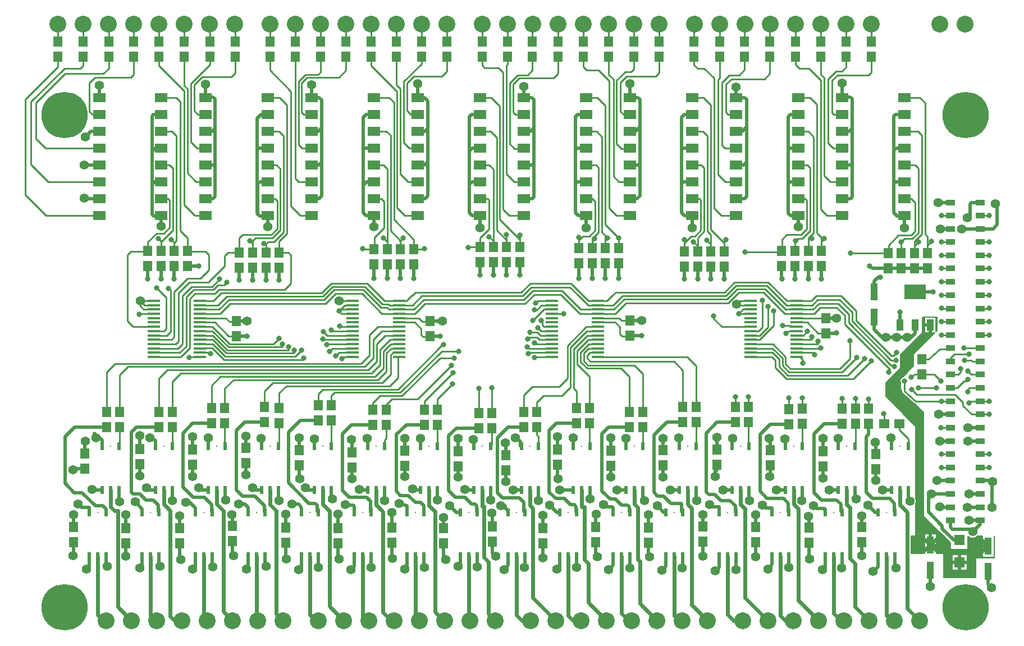
<source format=gbr>
%FSLAX23Y23*%
%MOIN*%
G04 EasyPC Gerber Version 17.0 Build 3379 *
%ADD71R,0.00787X0.00787*%
%ADD70R,0.02362X0.04724*%
%ADD90R,0.03937X0.06693*%
%ADD16R,0.04134X0.10236*%
%ADD15R,0.05500X0.06000*%
%ADD20R,0.06300X0.06300*%
%ADD86C,0.00787*%
%ADD24C,0.01000*%
%ADD87C,0.01969*%
%ADD23C,0.02000*%
%ADD25C,0.02362*%
%ADD22C,0.03200*%
%ADD21C,0.05600*%
%ADD17C,0.10000*%
%ADD13C,0.27500*%
%ADD19R,0.07283X0.01181*%
%ADD14R,0.05512X0.03504*%
%ADD89R,0.06000X0.05500*%
%ADD18R,0.07283X0.05512*%
%ADD91R,0.12598X0.08661*%
X0Y0D02*
D02*
D13*
X278Y278D03*
Y3203D03*
X5628Y278D03*
Y3203D03*
D02*
D14*
X5539Y795D03*
Y873D03*
Y952D03*
Y1031D03*
Y1110D03*
Y1188D03*
Y1267D03*
Y1346D03*
Y1425D03*
Y1503D03*
Y1582D03*
Y1661D03*
Y1740D03*
Y1818D03*
Y1897D03*
Y1976D03*
Y2054D03*
Y2133D03*
Y2212D03*
Y2291D03*
Y2369D03*
Y2448D03*
Y2527D03*
Y2606D03*
Y2684D03*
X5716Y795D03*
Y873D03*
Y952D03*
Y1031D03*
Y1110D03*
Y1188D03*
Y1267D03*
Y1346D03*
Y1425D03*
Y1503D03*
Y1582D03*
Y1661D03*
Y1740D03*
Y1818D03*
Y1897D03*
Y1976D03*
Y2054D03*
Y2133D03*
Y2212D03*
Y2291D03*
Y2369D03*
Y2448D03*
Y2527D03*
Y2606D03*
Y2684D03*
D02*
D15*
X238Y3548D03*
Y3638D03*
X332Y666D03*
Y756D03*
X388Y3548D03*
Y3638D03*
X400Y1102D03*
Y1192D03*
X528Y1349D03*
Y1439D03*
X542Y3548D03*
Y3638D03*
X605Y1348D03*
Y1438D03*
X644Y659D03*
Y749D03*
X691Y3548D03*
Y3638D03*
X727Y1128D03*
Y1218D03*
X774Y2305D03*
Y2395D03*
X840Y1349D03*
Y1439D03*
X841Y3548D03*
Y3638D03*
X853Y2305D03*
Y2395D03*
X918Y1348D03*
Y1438D03*
X931Y2305D03*
Y2395D03*
X963Y659D03*
Y749D03*
X990Y3548D03*
Y3638D03*
X1010Y2305D03*
Y2395D03*
X1038Y1125D03*
Y1215D03*
X1144Y3548D03*
Y3638D03*
X1152Y1371D03*
Y1461D03*
X1231Y1372D03*
Y1462D03*
X1275Y671D03*
Y761D03*
X1294Y3548D03*
Y3638D03*
X1298Y1888D03*
Y1978D03*
X1317Y2297D03*
Y2387D03*
X1357Y1136D03*
Y1226D03*
X1396Y2297D03*
Y2387D03*
X1467Y1380D03*
Y1470D03*
X1475Y2297D03*
Y2387D03*
X1499Y3548D03*
Y3638D03*
X1553Y1372D03*
Y1462D03*
Y2297D03*
Y2387D03*
X1593Y663D03*
Y753D03*
X1648Y3548D03*
Y3638D03*
X1672Y1122D03*
Y1212D03*
X1786Y1388D03*
Y1478D03*
X1801Y3548D03*
Y3638D03*
X1864Y1388D03*
Y1478D03*
X1904Y659D03*
Y749D03*
X1951Y3548D03*
Y3638D03*
X1986Y1110D03*
Y1200D03*
X2101Y3548D03*
Y3638D03*
X2110Y1363D03*
Y1453D03*
X2116Y2317D03*
Y2407D03*
X2191Y1364D03*
Y1454D03*
X2195Y2317D03*
Y2407D03*
X2223Y663D03*
Y753D03*
X2250Y3548D03*
Y3638D03*
X2274Y2317D03*
Y2407D03*
X2301Y1120D03*
Y1210D03*
X2353Y2317D03*
Y2407D03*
X2400Y3548D03*
Y3638D03*
X2416Y1364D03*
Y1454D03*
X2448Y1888D03*
Y1978D03*
X2494Y1364D03*
Y1454D03*
X2530Y659D03*
Y749D03*
X2549Y3548D03*
Y3638D03*
X2616Y1116D03*
Y1206D03*
X2739Y1342D03*
Y1432D03*
X2746Y2328D03*
Y2418D03*
X2758Y3548D03*
Y3638D03*
X2815Y1342D03*
Y1432D03*
X2820Y670D03*
Y760D03*
X2825Y2328D03*
Y2418D03*
X2900Y1092D03*
Y1182D03*
X2904Y2328D03*
Y2418D03*
X2908Y3548D03*
Y3638D03*
X2983Y2328D03*
Y2418D03*
X3005Y1349D03*
Y1439D03*
X3057Y3548D03*
Y3638D03*
X3084Y1350D03*
Y1440D03*
X3120Y659D03*
Y749D03*
X3207Y1125D03*
Y1215D03*
X3211Y3548D03*
Y3638D03*
X3319Y1374D03*
Y1464D03*
X3333Y2321D03*
Y2411D03*
X3361Y3548D03*
Y3638D03*
X3396Y1372D03*
Y1462D03*
X3412Y2321D03*
Y2411D03*
X3434Y667D03*
Y757D03*
X3490Y2321D03*
Y2411D03*
X3510Y3548D03*
Y3638D03*
X3522Y1120D03*
Y1210D03*
X3569Y2321D03*
Y2411D03*
X3634Y1348D03*
Y1438D03*
X3635Y1893D03*
Y1983D03*
X3660Y3548D03*
Y3638D03*
X3713Y1348D03*
Y1438D03*
X3746Y663D03*
Y753D03*
X3809Y3548D03*
Y3638D03*
X3833Y1122D03*
Y1212D03*
X3951Y1380D03*
Y1470D03*
X3959Y2301D03*
Y2391D03*
X4017Y3548D03*
Y3638D03*
X4030Y1380D03*
Y1470D03*
X4038Y2301D03*
Y2391D03*
X4071Y670D03*
Y760D03*
X4116Y2301D03*
Y2391D03*
X4152Y1125D03*
Y1215D03*
X4168Y3548D03*
Y3638D03*
X4195Y2301D03*
Y2391D03*
X4262Y1379D03*
Y1469D03*
X4317Y3548D03*
Y3638D03*
X4341Y1380D03*
Y1470D03*
X4383Y666D03*
Y756D03*
X4467Y3548D03*
Y3638D03*
X4468Y1122D03*
Y1212D03*
X4537Y2306D03*
Y2396D03*
X4579Y1367D03*
Y1457D03*
X4616Y2306D03*
Y2396D03*
X4620Y3548D03*
Y3638D03*
X4660Y1368D03*
Y1458D03*
X4695Y2306D03*
Y2396D03*
X4700Y661D03*
Y751D03*
X4770Y3548D03*
Y3638D03*
X4774Y2306D03*
Y2396D03*
X4782Y1116D03*
Y1206D03*
X4801Y1907D03*
Y1997D03*
X4896Y1368D03*
Y1458D03*
X4920Y3548D03*
Y3638D03*
X4975Y1369D03*
Y1459D03*
X5013Y665D03*
Y755D03*
X5053Y1368D03*
Y1458D03*
X5069Y3548D03*
Y3638D03*
X5097Y1100D03*
Y1190D03*
X5168Y2293D03*
Y2383D03*
X5246Y2293D03*
Y2383D03*
X5325Y2293D03*
Y2383D03*
X5369Y1661D03*
Y1751D03*
X5404Y2293D03*
Y2383D03*
D02*
D16*
X5085Y2003D03*
Y2153D03*
X5421Y500D03*
Y650D03*
X5763Y493D03*
Y642D03*
D02*
D17*
X238Y3744D03*
X388D03*
X527Y200D03*
X538Y3744D03*
X677Y200D03*
X688Y3744D03*
X827Y200D03*
X838Y3744D03*
X977Y200D03*
X988Y3744D03*
X1127Y200D03*
X1138Y3744D03*
X1277Y200D03*
X1288Y3744D03*
X1427Y200D03*
X1498Y3744D03*
X1577Y200D03*
X1648Y3744D03*
X1787Y200D03*
X1798Y3744D03*
X1937Y200D03*
X1948Y3744D03*
X2087Y200D03*
X2098Y3744D03*
X2237Y200D03*
X2248Y3744D03*
X2387Y200D03*
X2398Y3744D03*
X2537Y200D03*
X2548Y3744D03*
X2687Y200D03*
X2758Y3744D03*
X2837Y200D03*
X2908Y3744D03*
X3047Y200D03*
X3058Y3744D03*
X3197Y200D03*
X3208Y3744D03*
X3347Y200D03*
X3358Y3744D03*
X3497Y200D03*
X3508Y3744D03*
X3647Y200D03*
X3658Y3744D03*
X3797Y200D03*
X3808Y3744D03*
X3947Y200D03*
X4018Y3744D03*
X4097Y200D03*
X4168Y3744D03*
X4307Y200D03*
X4318Y3744D03*
X4457Y200D03*
X4468Y3744D03*
X4607Y200D03*
X4618Y3744D03*
X4757Y200D03*
X4768Y3744D03*
X4907Y200D03*
X4918Y3744D03*
X5057Y200D03*
X5068Y3744D03*
X5207Y200D03*
X5357D03*
X5475Y3744D03*
X5625D03*
D02*
D18*
X486Y2606D03*
Y2706D03*
Y2806D03*
Y2906D03*
Y3006D03*
Y3106D03*
Y3206D03*
Y3306D03*
X854Y2606D03*
Y2706D03*
Y2806D03*
Y2906D03*
Y3006D03*
Y3106D03*
Y3206D03*
Y3306D03*
X1117Y2606D03*
Y2706D03*
Y2806D03*
Y2906D03*
Y3006D03*
Y3106D03*
Y3206D03*
Y3306D03*
X1486Y2606D03*
Y2706D03*
Y2806D03*
Y2906D03*
Y3006D03*
Y3106D03*
Y3206D03*
Y3306D03*
X1747Y2606D03*
Y2706D03*
Y2806D03*
Y2906D03*
Y3006D03*
Y3106D03*
Y3206D03*
Y3306D03*
X2115Y2606D03*
Y2706D03*
Y2806D03*
Y2906D03*
Y3006D03*
Y3106D03*
Y3206D03*
Y3306D03*
X2377Y2606D03*
Y2706D03*
Y2806D03*
Y2906D03*
Y3006D03*
Y3106D03*
Y3206D03*
Y3306D03*
X2745Y2606D03*
Y2706D03*
Y2806D03*
Y2906D03*
Y3006D03*
Y3106D03*
Y3206D03*
Y3306D03*
X3007Y2606D03*
Y2706D03*
Y2806D03*
Y2906D03*
Y3006D03*
Y3106D03*
Y3206D03*
Y3306D03*
X3375Y2606D03*
Y2706D03*
Y2806D03*
Y2906D03*
Y3006D03*
Y3106D03*
Y3206D03*
Y3306D03*
X3637Y2606D03*
Y2706D03*
Y2806D03*
Y2906D03*
Y3006D03*
Y3106D03*
Y3206D03*
Y3306D03*
X4005Y2606D03*
Y2706D03*
Y2806D03*
Y2906D03*
Y3006D03*
Y3106D03*
Y3206D03*
Y3306D03*
X4267Y2606D03*
Y2706D03*
Y2806D03*
Y2906D03*
Y3006D03*
Y3106D03*
Y3206D03*
Y3306D03*
X4635Y2606D03*
Y2706D03*
Y2806D03*
Y2906D03*
Y3006D03*
Y3106D03*
Y3206D03*
Y3306D03*
X4897Y2606D03*
Y2706D03*
Y2806D03*
Y2906D03*
Y3006D03*
Y3106D03*
Y3206D03*
Y3306D03*
X5265Y2606D03*
Y2706D03*
Y2806D03*
Y2906D03*
Y3006D03*
Y3106D03*
Y3206D03*
Y3306D03*
D02*
D19*
X810Y1766D03*
Y1792D03*
Y1817D03*
Y1843D03*
Y1869D03*
Y1894D03*
Y1920D03*
Y1945D03*
Y1971D03*
Y1997D03*
Y2022D03*
Y2048D03*
Y2073D03*
Y2099D03*
X1084Y1766D03*
Y1792D03*
Y1817D03*
Y1843D03*
Y1869D03*
Y1894D03*
Y1920D03*
Y1945D03*
Y1971D03*
Y1997D03*
Y2022D03*
Y2048D03*
Y2073D03*
Y2099D03*
X1991Y1766D03*
Y1792D03*
Y1817D03*
Y1843D03*
Y1869D03*
Y1894D03*
Y1920D03*
Y1945D03*
Y1971D03*
Y1997D03*
Y2022D03*
Y2048D03*
Y2073D03*
Y2099D03*
X2265Y1766D03*
Y1792D03*
Y1817D03*
Y1843D03*
Y1869D03*
Y1894D03*
Y1920D03*
Y1945D03*
Y1971D03*
Y1997D03*
Y2022D03*
Y2048D03*
Y2073D03*
Y2099D03*
X3173Y1766D03*
Y1792D03*
Y1817D03*
Y1843D03*
Y1869D03*
Y1894D03*
Y1920D03*
Y1945D03*
Y1971D03*
Y1997D03*
Y2022D03*
Y2048D03*
Y2073D03*
Y2099D03*
X3446Y1766D03*
Y1792D03*
Y1817D03*
Y1843D03*
Y1869D03*
Y1894D03*
Y1920D03*
Y1945D03*
Y1971D03*
Y1997D03*
Y2022D03*
Y2048D03*
Y2073D03*
Y2099D03*
X4354Y1766D03*
Y1792D03*
Y1817D03*
Y1843D03*
Y1869D03*
Y1894D03*
Y1920D03*
Y1945D03*
Y1971D03*
Y1997D03*
Y2022D03*
Y2048D03*
Y2073D03*
Y2099D03*
X4627Y1766D03*
Y1792D03*
Y1817D03*
Y1843D03*
Y1869D03*
Y1894D03*
Y1920D03*
Y1945D03*
Y1971D03*
Y1997D03*
Y2022D03*
Y2048D03*
Y2073D03*
Y2099D03*
D02*
D70*
X425Y582D03*
Y842D03*
X475Y582D03*
X503Y976D03*
Y1236D03*
X525Y582D03*
Y842D03*
X553Y976D03*
X603D03*
Y1236D03*
X740Y582D03*
Y842D03*
X790Y582D03*
X818Y976D03*
Y1236D03*
X840Y582D03*
Y842D03*
X868Y976D03*
X918D03*
Y1236D03*
X1055Y582D03*
Y842D03*
X1105Y582D03*
X1133Y976D03*
Y1236D03*
X1155Y582D03*
Y842D03*
X1183Y976D03*
X1233D03*
Y1236D03*
X1370Y582D03*
Y842D03*
X1420Y582D03*
X1448Y976D03*
Y1236D03*
X1470Y582D03*
Y842D03*
X1498Y976D03*
X1548D03*
Y1236D03*
X1685Y582D03*
Y842D03*
X1735Y582D03*
X1763Y976D03*
Y1236D03*
X1785Y582D03*
Y842D03*
X1813Y976D03*
X1863D03*
Y1236D03*
X1999Y582D03*
Y842D03*
X2049Y582D03*
X2078Y976D03*
Y1236D03*
X2099Y582D03*
Y842D03*
X2128Y976D03*
X2178D03*
Y1236D03*
X2314Y582D03*
Y842D03*
X2364Y582D03*
X2393Y976D03*
Y1236D03*
X2414Y582D03*
Y842D03*
X2443Y976D03*
X2493D03*
Y1236D03*
X2629Y582D03*
Y842D03*
X2679Y582D03*
X2708Y976D03*
Y1236D03*
X2729Y582D03*
Y842D03*
X2758Y976D03*
X2808D03*
Y1236D03*
X2913Y582D03*
Y842D03*
X2963Y582D03*
X2992Y976D03*
Y1236D03*
X3013Y582D03*
Y842D03*
X3042Y976D03*
X3092D03*
Y1236D03*
X3220Y582D03*
Y842D03*
X3270Y582D03*
X3299Y976D03*
Y1236D03*
X3320Y582D03*
Y842D03*
X3349Y976D03*
X3399D03*
Y1236D03*
X3535Y582D03*
Y842D03*
X3585Y582D03*
X3614Y976D03*
Y1236D03*
X3635Y582D03*
Y842D03*
X3664Y976D03*
X3714D03*
Y1236D03*
X3850Y582D03*
Y842D03*
X3900Y582D03*
X3929Y976D03*
Y1236D03*
X3950Y582D03*
Y842D03*
X3979Y976D03*
X4029D03*
Y1236D03*
X4165Y581D03*
Y841D03*
X4215Y581D03*
X4244Y976D03*
Y1236D03*
X4265Y581D03*
Y841D03*
X4294Y976D03*
X4344D03*
Y1236D03*
X4480Y582D03*
Y842D03*
X4530Y582D03*
X4559Y976D03*
Y1236D03*
X4580Y582D03*
Y842D03*
X4609Y976D03*
X4659D03*
Y1236D03*
X4795Y582D03*
Y842D03*
X4845Y582D03*
X4873Y976D03*
Y1236D03*
X4895Y582D03*
Y842D03*
X4923Y976D03*
X4973D03*
Y1236D03*
X5110Y582D03*
Y842D03*
X5160Y582D03*
X5188Y976D03*
Y1236D03*
X5210Y582D03*
Y842D03*
X5238Y976D03*
X5288D03*
Y1236D03*
D02*
D71*
X475Y842D03*
X553Y1236D03*
X790Y842D03*
X868Y1236D03*
X1105Y842D03*
X1183Y1236D03*
X1420Y842D03*
X1498Y1236D03*
X1735Y842D03*
X1813Y1236D03*
X2049Y842D03*
X2128Y1236D03*
X2364Y842D03*
X2443Y1236D03*
X2679Y842D03*
X2758Y1236D03*
X2963Y842D03*
X3042Y1236D03*
X3270Y842D03*
X3349Y1236D03*
X3585Y842D03*
X3664Y1236D03*
X3900Y842D03*
X3979Y1236D03*
X4215Y841D03*
X4294Y1236D03*
X4530Y842D03*
X4609Y1236D03*
X4845Y842D03*
X4923Y1236D03*
X5160Y842D03*
X5238Y1236D03*
D02*
D20*
X5593Y545D03*
Y679D03*
D02*
D21*
X329Y586D03*
Y1096D03*
X333Y830D03*
X361Y893D03*
X396Y2708D03*
Y2905D03*
X404Y1265D03*
Y3074D03*
X408Y507D03*
X443Y980D03*
X467Y1287D03*
X486Y3378D03*
X534Y523D03*
X605Y905D03*
X644Y582D03*
Y830D03*
X699Y905D03*
X727Y511D03*
Y1059D03*
Y1299D03*
X731Y2098D03*
X766Y988D03*
X786Y1287D03*
X845Y523D03*
X853Y2543D03*
X920Y913D03*
X963Y822D03*
X971Y562D03*
X998Y901D03*
X1038Y507D03*
Y1056D03*
Y1292D03*
X1077Y988D03*
X1116Y3385D03*
X1132Y1287D03*
X1160Y519D03*
X1235Y917D03*
X1274Y830D03*
X1282Y586D03*
X1313Y893D03*
X1357Y1066D03*
Y1295D03*
X1361Y507D03*
X1364Y1980D03*
X1396Y988D03*
X1447Y1283D03*
X1475Y523D03*
X1486Y2539D03*
X1553Y913D03*
X1593Y834D03*
X1597Y566D03*
X1628Y893D03*
X1668Y503D03*
X1672Y1285D03*
X1675Y1044D03*
X1711Y988D03*
X1746Y3381D03*
X1762Y1279D03*
X1786Y515D03*
X1868Y921D03*
X1904Y834D03*
X1908Y566D03*
Y2098D03*
X1947Y889D03*
X1979Y503D03*
X1983Y1277D03*
X1986Y1043D03*
X2030Y980D03*
X2077Y1283D03*
X2101Y515D03*
X2116Y2539D03*
X2179Y913D03*
X2223Y842D03*
X2227Y570D03*
X2266Y897D03*
X2301Y507D03*
Y1055D03*
Y1283D03*
X2345Y984D03*
X2376Y3389D03*
X2392Y1283D03*
X2416Y515D03*
X2494Y917D03*
X2522Y1980D03*
X2530Y814D03*
X2542Y562D03*
X2565Y881D03*
X2616Y523D03*
Y1051D03*
Y1283D03*
X2656Y980D03*
X2707Y1275D03*
X2731Y519D03*
X2746Y2531D03*
X2809Y917D03*
X2817Y838D03*
X2841Y582D03*
X2868Y881D03*
X2888Y503D03*
X2896Y1255D03*
X2900Y1027D03*
X2943Y976D03*
X2955Y1287D03*
X3006Y3373D03*
X3010Y515D03*
X3093Y913D03*
X3120Y574D03*
Y826D03*
X3160Y885D03*
X3203Y507D03*
X3207Y1292D03*
X3211Y1044D03*
X3219Y976D03*
X3298Y1287D03*
X3321Y515D03*
X3376Y2531D03*
X3400Y921D03*
X3435Y834D03*
X3443Y578D03*
X3479Y889D03*
X3510Y503D03*
X3522Y1051D03*
Y1287D03*
X3561Y976D03*
X3612Y1283D03*
X3636Y511D03*
Y3389D03*
X3707Y1984D03*
X3723Y913D03*
X3746Y830D03*
X3754Y578D03*
X3798Y881D03*
X3825Y499D03*
X3833Y1052D03*
Y1281D03*
X3876Y976D03*
X3927Y1287D03*
X3947Y511D03*
X4006Y2531D03*
X4034Y913D03*
X4069Y582D03*
Y830D03*
X4109Y889D03*
X4144Y496D03*
Y1056D03*
X4152Y1289D03*
X4191Y976D03*
X4246Y1283D03*
X4266Y503D03*
Y3370D03*
X4270Y2078D03*
X4345Y913D03*
X4384Y578D03*
Y830D03*
X4423Y885D03*
X4455Y507D03*
X4463Y1283D03*
X4467Y1055D03*
X4506Y976D03*
X4557Y1279D03*
X4581Y515D03*
X4636Y2539D03*
X4656Y913D03*
X4695Y818D03*
X4703Y566D03*
X4727Y881D03*
X4778Y503D03*
X4782Y1047D03*
Y1283D03*
X4821Y976D03*
X4864Y1996D03*
X4872Y1283D03*
X4892Y511D03*
X4896Y3393D03*
X4979Y921D03*
X5014Y586D03*
Y822D03*
X5049Y885D03*
X5081Y492D03*
X5093Y1259D03*
X5097Y1031D03*
X5136Y976D03*
X5156Y1881D03*
X5187Y1287D03*
X5215Y511D03*
X5219Y1881D03*
X5266Y2531D03*
X5282Y1881D03*
X5298Y909D03*
X5420Y401D03*
X5427Y952D03*
X5459Y1031D03*
X5467Y2684D03*
X5471Y1425D03*
X5475Y877D03*
Y1267D03*
X5479Y2527D03*
X5605D03*
X5640Y873D03*
Y2594D03*
X5644Y1267D03*
Y1346D03*
X5648Y795D03*
Y952D03*
X5672Y728D03*
X5782Y397D03*
X5786Y873D03*
X5790Y1027D03*
X5805Y2677D03*
D02*
D22*
X723Y2019D03*
X774Y2228D03*
X825Y2177D03*
X837Y2468D03*
X853Y2228D03*
X896Y2173D03*
X912Y2464D03*
X931Y2228D03*
X1019Y1762D03*
X1077Y2307D03*
X1145Y1787D03*
X1199Y2228D03*
X1242Y2208D03*
X1317Y2224D03*
X1364Y1889D03*
X1380Y2456D03*
X1396Y2224D03*
X1463Y2440D03*
X1475Y2224D03*
X1553D03*
X1554Y1877D03*
X1572Y1842D03*
X1608Y1827D03*
X1642Y1806D03*
X1687D03*
X1701Y1759D03*
X1813Y1873D03*
X1817Y1917D03*
X1837Y1838D03*
X1853Y1799D03*
X1864Y1925D03*
X1888Y1771D03*
X1908Y2039D03*
X1912Y1948D03*
X1927Y1755D03*
X2049Y2409D03*
X2116Y2232D03*
X2172Y2472D03*
X2195Y2232D03*
X2274D03*
X2290Y2472D03*
X2353Y2232D03*
X2416Y2409D03*
X2510Y1889D03*
X2530Y1838D03*
X2577Y1716D03*
X2584Y1606D03*
X2585Y1673D03*
X2593Y1759D03*
X2620Y1799D03*
X2675Y2417D03*
X2738Y1578D03*
X2746Y2251D03*
X2801Y2480D03*
X2817Y1582D03*
X2825Y2251D03*
X2904D03*
Y2492D03*
X2983Y2251D03*
Y2488D03*
X3026Y1826D03*
X3030Y1873D03*
X3034Y1787D03*
X3042Y1913D03*
X3061Y1984D03*
X3069Y1763D03*
Y1850D03*
Y2047D03*
X3077Y2086D03*
X3089Y1940D03*
X3109Y1984D03*
X3242Y2023D03*
X3333Y2232D03*
Y2476D03*
X3412Y2232D03*
X3427Y2468D03*
X3490Y2232D03*
X3502Y2472D03*
X3569Y2232D03*
Y2472D03*
X3707Y1893D03*
X3959Y2228D03*
Y2464D03*
X4014Y2448D03*
X4038Y2228D03*
X4093Y2460D03*
X4116Y2228D03*
X4134Y2010D03*
X4195Y2228D03*
X4207Y2464D03*
X4262Y1530D03*
X4282Y2023D03*
X4321Y2389D03*
X4341Y1530D03*
X4423Y2102D03*
X4455Y2066D03*
X4490Y2039D03*
X4538Y2228D03*
X4543Y1953D03*
X4564Y1905D03*
X4579Y1521D03*
X4616Y2228D03*
X4620Y2456D03*
X4660Y1521D03*
X4663Y1729D03*
X4691Y1919D03*
X4695Y2228D03*
X4715Y2468D03*
X4716Y1887D03*
X4732Y1778D03*
X4753Y1858D03*
X4771Y1819D03*
X4774Y2228D03*
X4790Y2468D03*
X4864Y1909D03*
X4896Y1520D03*
X4944Y1864D03*
X4947Y2381D03*
X4975Y1518D03*
X4983Y1763D03*
X5030Y1755D03*
X5053Y1515D03*
X5061Y2307D03*
X5069Y1744D03*
X5124Y2240D03*
X5144Y1429D03*
X5172Y1677D03*
X5207Y1708D03*
X5215Y1747D03*
X5219Y1791D03*
X5238Y2031D03*
X5246Y2448D03*
X5266Y1622D03*
X5305Y1645D03*
X5310Y1572D03*
X5349Y2448D03*
X5351Y1583D03*
X5427Y2452D03*
X5435Y2153D03*
X5455Y1583D03*
X5482Y1346D03*
X5483Y1622D03*
X5486Y1110D03*
Y1188D03*
Y1503D03*
Y1897D03*
Y1976D03*
Y2055D03*
Y2133D03*
Y2212D03*
Y2291D03*
Y2370D03*
Y2448D03*
Y2606D03*
X5601Y1696D03*
X5621Y1818D03*
X5624Y1747D03*
X5644Y1559D03*
Y1633D03*
Y1681D03*
X5648Y1492D03*
X5651Y1781D03*
X5770Y1110D03*
Y1188D03*
Y1425D03*
Y1503D03*
Y1897D03*
Y1976D03*
Y2055D03*
Y2133D03*
Y2212D03*
Y2291D03*
Y2370D03*
Y2448D03*
Y2606D03*
D02*
D23*
X332Y666D02*
Y589D01*
X329Y586*
X332Y756D02*
Y829D01*
X333Y830*
X400Y1102D02*
X335D01*
X329Y1096*
X400Y1192D02*
Y1261D01*
X404Y1265*
X425Y582D02*
Y524D01*
X408Y507*
X425Y842D02*
Y872D01*
X381*
X361Y893*
X486Y2706D02*
X398D01*
X396Y2708*
X486Y2906D02*
X397D01*
X396Y2905*
X486Y3106D02*
X436D01*
X404Y3074*
X486Y3306D02*
Y3377D01*
X486Y3378*
X503Y976D02*
X447D01*
X443Y980*
X503Y1236D02*
X502D01*
Y1271*
X455Y1314*
Y1287*
X467*
X525Y582D02*
Y532D01*
X534Y523*
X528Y1349D02*
X340D01*
X282Y1291*
Y1015*
X337Y960*
X384*
X463Y881*
X506*
X525Y863*
Y842*
X603Y976D02*
Y906D01*
X605Y905*
X644Y659D02*
Y582D01*
Y749D02*
Y830D01*
X727Y1128D02*
Y1059D01*
Y1218D02*
Y1299D01*
X740Y582D02*
Y524D01*
X727Y511*
X740Y842D02*
Y864D01*
X699Y905*
X774Y2305D02*
Y2228D01*
X798Y2791D02*
Y2614D01*
X809Y2602*
X850*
X854Y2606*
X798Y2988D02*
Y2791D01*
X818Y976D02*
X778D01*
X766Y988*
X818Y1236D02*
Y1270D01*
X801Y1287*
X786*
X840Y582D02*
Y528D01*
X845Y523*
X840Y1349D02*
X706D01*
X675Y1318*
Y964*
X687Y952*
X727*
X762Y917*
X805*
X837Y885*
Y845*
X840Y842*
X853Y2305D02*
Y2228D01*
X854Y2606D02*
Y2544D01*
X853Y2543*
X854Y2806D02*
X813D01*
X798Y2791*
X854Y3006D02*
X816D01*
X798Y2988*
X854Y3206D02*
X807D01*
X798Y3196*
Y2988*
X918Y976D02*
Y914D01*
X920Y913*
X931Y2305D02*
Y2228D01*
X963Y659D02*
Y570D01*
X971Y562*
X963Y749D02*
Y822D01*
X1010Y2305D02*
X1075D01*
X1077Y2307*
X1038Y1125D02*
Y1056D01*
Y1215D02*
Y1292D01*
X1055Y582D02*
Y524D01*
X1038Y507*
X1055Y842D02*
Y868D01*
X1022Y901*
X998*
X1117Y2706D02*
X1158D01*
X1172Y2720*
Y2913*
X1117Y2906D02*
X1165D01*
X1172Y2913*
X1117Y3106D02*
X1156D01*
X1172Y3122*
X1117Y3306D02*
Y3384D01*
X1116Y3385*
X1133Y976D02*
X1089D01*
X1077Y988*
X1133Y1236D02*
Y1286D01*
X1132Y1287*
X1152Y1371D02*
X1039D01*
X983Y1314*
Y992*
X1042Y933*
X1109*
X1152Y889*
Y845*
X1155Y842*
Y582D02*
Y524D01*
X1160Y519*
X1172Y2913D02*
Y3122D01*
Y3299*
X1160Y3310*
X1122*
X1117Y3306*
X1233Y976D02*
Y918D01*
X1235Y917*
X1275Y671D02*
Y593D01*
X1282Y586*
X1275Y761D02*
Y829D01*
X1274Y830*
X1298Y1888D02*
X1363D01*
X1364Y1889*
X1298Y1978D02*
X1362D01*
X1364Y1980*
X1317Y2297D02*
Y2224D01*
X1357Y1136D02*
Y1066D01*
Y1226D02*
Y1295D01*
X1370Y582D02*
Y516D01*
X1361Y507*
X1370Y842D02*
Y872D01*
X1349Y893*
X1313*
X1396Y2297D02*
Y2224D01*
X1423Y2996D02*
Y2618D01*
X1435Y2606*
X1439Y2602*
X1481*
X1486Y2606*
X1448Y976D02*
X1408D01*
X1396Y988*
X1448Y1236D02*
Y1282D01*
X1447Y1283*
X1467Y1380D02*
X1351D01*
X1301Y1330*
Y976*
X1337Y940*
X1408*
X1467Y881*
Y845*
X1470Y842*
Y582D02*
Y528D01*
X1475Y523*
Y2297D02*
Y2224D01*
X1486Y2606D02*
Y2540D01*
X1486Y2539*
X1486Y2806D02*
X1439D01*
X1427Y2795*
Y2614*
X1435Y2606*
X1486Y3006D02*
X1434D01*
X1423Y2996*
X1486Y3206D02*
X1445D01*
X1423Y3184*
Y2996*
X1548Y976D02*
Y918D01*
X1553Y913*
Y2297D02*
Y2224D01*
X1593Y663D02*
Y570D01*
X1597Y566*
X1593Y753D02*
Y834D01*
X1628Y893D02*
X1668D01*
X1683Y877*
X1685Y858*
Y842*
X1672Y1122D02*
Y1048D01*
X1675Y1044*
X1672Y1212D02*
Y1285D01*
X1685Y582D02*
Y520D01*
X1668Y503*
X1747Y2706D02*
X1788D01*
X1805Y2724*
Y2921*
X1747Y2906D02*
X1791D01*
X1805Y2921*
X1747Y3106D02*
X1786D01*
X1805Y3125*
X1747Y3306D02*
Y3380D01*
X1746Y3381*
X1763Y976D02*
X1723D01*
X1711Y988*
X1763Y1236D02*
Y1278D01*
X1762Y1279*
X1785Y582D02*
Y516D01*
X1786Y515*
Y1388D02*
X1678D01*
X1609Y1318*
Y1019*
X1731Y897*
X1766*
X1778Y885*
Y849*
X1785Y842*
X1805Y2921D02*
Y3125D01*
Y3291*
X1790Y3307*
X1748*
X1747Y3306*
X1863Y976D02*
Y926D01*
X1868Y921*
X1904Y659D02*
Y570D01*
X1908Y566*
X1904Y749D02*
Y834D01*
X1986Y1110D02*
Y1043D01*
Y1200D02*
Y1273D01*
X1983Y1277*
X1999Y582D02*
Y524D01*
X1979Y503*
X1999Y842D02*
Y880D01*
X1994Y885*
X1951*
X1947Y889*
X2053Y2787D02*
Y2622D01*
X2069Y2606*
X2115*
X2115Y2606*
X2053Y2996D02*
Y2787D01*
X2078Y976D02*
X2034D01*
X2030Y980*
X2078Y1236D02*
Y1282D01*
X2077Y1283*
X2099Y582D02*
Y516D01*
X2101Y515*
X2110Y1363D02*
X1984D01*
X1931Y1310*
Y972*
X1971Y933*
X2073*
X2097Y909*
Y845*
X2099Y842*
X2115Y2606D02*
Y2540D01*
X2116Y2539*
X2115Y2806D02*
X2073D01*
X2053Y2787*
X2115Y3006D02*
X2064D01*
X2053Y2996*
X2115Y3206D02*
X2071D01*
X2053Y3188*
Y2996*
X2116Y2317D02*
Y2232D01*
X2178Y976D02*
Y914D01*
X2179Y913*
X2195Y2317D02*
Y2232D01*
X2223Y663D02*
Y574D01*
X2227Y570*
X2223Y753D02*
Y842D01*
X2274Y2317D02*
Y2232D01*
X2301Y1120D02*
Y1055D01*
Y1210D02*
Y1283D01*
X2314Y582D02*
Y520D01*
X2301Y507*
X2314Y842D02*
Y876D01*
X2309Y881*
X2313*
X2266Y897*
X2353Y2317D02*
Y2232D01*
X2377Y2706D02*
X2418D01*
X2435Y2724*
Y2925*
X2377Y2906D02*
X2417D01*
X2435Y2925*
X2377Y3106D02*
X2420D01*
X2435Y3122*
X2377Y3306D02*
Y3388D01*
X2376Y3389*
X2393Y976D02*
X2353D01*
X2345Y984*
X2393Y1236D02*
Y1282D01*
X2392Y1283*
X2414Y582D02*
Y516D01*
X2416Y515*
X2416Y1364D02*
X2308D01*
X2250Y1307*
Y968*
X2274Y944*
X2321*
X2364Y901*
X2392*
X2412Y881*
Y845*
X2414Y842*
X2435Y2925D02*
Y3122D01*
Y3287*
X2416Y3307*
X2378*
X2377Y3306*
X2448Y1888D02*
X2508D01*
X2510Y1889*
X2448Y1978D02*
X2520D01*
X2522Y1980*
X2493Y976D02*
Y918D01*
X2494Y917*
X2530Y659D02*
Y574D01*
X2542Y562*
X2530Y749D02*
Y814D01*
X2616Y1116D02*
Y1051D01*
Y1206D02*
Y1283D01*
X2629Y582D02*
Y536D01*
X2616Y523*
X2629Y842D02*
X2605D01*
X2565Y881*
X2683Y2791D02*
Y2622D01*
X2699Y2606*
X2745*
X2745Y2606*
X2683Y2988D02*
Y2791D01*
X2708Y976D02*
X2660D01*
X2656Y980*
X2708Y1236D02*
Y1274D01*
X2707Y1275*
X2729Y582D02*
Y520D01*
X2731Y519*
X2739Y1342D02*
X2605D01*
X2561Y1299*
Y972*
X2601Y933*
X2656*
X2695Y893*
X2715*
X2727Y881*
Y845*
X2729Y842*
X2745Y2606D02*
Y2532D01*
X2746Y2531*
X2745Y2806D02*
X2699D01*
X2683Y2791*
X2745Y3006D02*
X2702D01*
X2683Y2988*
X2745Y3206D02*
X2697D01*
X2683Y3192*
Y2988*
X2746Y2328D02*
Y2251D01*
X2808Y976D02*
Y918D01*
X2809Y917*
X2820Y670D02*
Y603D01*
X2841Y582*
X2820Y760D02*
Y835D01*
X2817Y838*
X2825Y2328D02*
Y2251D01*
X2900Y1092D02*
Y1027D01*
Y1182D02*
Y1251D01*
X2896Y1255*
X2904Y2328D02*
Y2251D01*
X2913Y582D02*
Y528D01*
X2888Y503*
X2913Y842D02*
X2912Y854D01*
X2896Y870*
Y881*
X2868*
X2983Y2328D02*
Y2251D01*
X2992Y976D02*
X2943D01*
X2992Y1236D02*
X2986D01*
Y1263*
X2963Y1287*
X2955*
X3005Y1349D02*
Y1350D01*
X2912*
X2849Y1287*
Y959*
X2879Y929*
X2979*
X3006Y901*
Y849*
X3013Y842*
X3007Y2706D02*
X3055D01*
X3065Y2716*
Y2917*
X3007Y2906D02*
X3055D01*
X3065Y2917*
X3007Y3106D02*
X3046D01*
X3065Y3125*
X3007Y3306D02*
Y3372D01*
X3006Y3373*
X3013Y582D02*
Y518D01*
X3010Y515*
X3065Y2917D02*
Y3125D01*
Y3295*
X3053Y3307*
X3008*
X3007Y3306*
X3092Y976D02*
Y914D01*
X3093Y913*
X3120Y659D02*
Y574D01*
Y749D02*
Y826D01*
X3207Y1125D02*
Y1048D01*
X3211Y1044*
X3207Y1215D02*
Y1292D01*
X3220Y582D02*
Y524D01*
X3203Y507*
X3220Y842D02*
X3203D01*
X3160Y885*
X3299Y976D02*
X3219D01*
X3299Y1236D02*
Y1286D01*
X3298Y1287*
X3313Y2795D02*
Y2622D01*
X3329Y2606*
X3375*
X3375Y2606*
X3313Y2996D02*
Y2795D01*
X3319Y1374D02*
X3200D01*
X3156Y1330*
Y964*
X3195Y925*
X3246*
X3282Y889*
X3305*
X3317Y877*
Y845*
X3320Y842*
Y582D02*
Y516D01*
X3321Y515*
X3333Y2321D02*
Y2232D01*
X3375Y2606D02*
Y2532D01*
X3376Y2531*
X3375Y2806D02*
X3325D01*
X3313Y2795*
X3375Y3006D02*
X3324D01*
X3313Y2996*
X3375Y3206D02*
X3327D01*
X3313Y3192*
Y2996*
X3399Y976D02*
Y922D01*
X3400Y921*
X3412Y2321D02*
Y2232D01*
X3434Y667D02*
Y587D01*
X3443Y578*
X3434Y757D02*
Y833D01*
X3435Y834*
X3490Y2321D02*
Y2232D01*
X3522Y1120D02*
Y1051D01*
Y1210D02*
Y1287D01*
X3535Y582D02*
Y528D01*
X3510Y503*
X3535Y842D02*
Y872D01*
X3534Y873*
Y877*
X3490*
X3479Y889*
X3569Y2321D02*
Y2232D01*
X3614Y976D02*
X3561D01*
X3614Y1236D02*
Y1282D01*
X3612Y1283*
X3635Y582D02*
Y512D01*
X3636Y511*
X3635Y842D02*
X3632Y845D01*
Y877*
X3624Y885*
X3585*
X3549Y921*
X3518*
X3471Y968*
Y1310*
X3508Y1348*
X3634*
X3635Y1893D02*
X3707D01*
X3707Y1893*
X3635Y1983D02*
X3706D01*
X3707Y1984*
X3637Y2706D02*
X3677D01*
X3695Y2724*
Y2917*
X3637Y2906D02*
X3685D01*
X3695Y2917*
X3637Y3106D02*
X3668D01*
X3695Y3133*
X3637Y3306D02*
Y3388D01*
X3636Y3389*
X3695Y2917D02*
Y3133D01*
Y3295*
X3683Y3307*
X3637*
X3637Y3306*
X3714Y976D02*
Y922D01*
X3723Y913*
X3746Y663D02*
Y586D01*
X3754Y578*
X3746Y753D02*
Y830D01*
X3833Y1122D02*
Y1052D01*
Y1212D02*
Y1281D01*
X3850Y582D02*
Y524D01*
X3825Y499*
X3850Y842D02*
X3837D01*
X3798Y881*
X3929Y976D02*
X3876D01*
X3929Y1236D02*
Y1286D01*
X3927Y1287*
X3943Y2795D02*
Y2622D01*
X3959Y2606*
X4005*
X4005Y2606*
X3943Y2996D02*
Y2795D01*
X3950Y582D02*
Y514D01*
X3947Y511*
X3951Y1380D02*
X3855D01*
X3778Y1303*
Y964*
X3801Y940*
X3837*
X3880Y897*
X3939*
X3943Y893*
Y849*
X3950Y842*
X3959Y2301D02*
Y2228D01*
X4005Y2606D02*
Y2532D01*
X4006Y2531*
X4005Y2806D02*
X3955D01*
X3943Y2795*
X4005Y3006D02*
X3954D01*
X3943Y2996*
X4005Y3206D02*
X3961D01*
X3943Y3188*
Y2996*
X4029Y976D02*
Y918D01*
X4034Y913*
X4038Y2301D02*
Y2228D01*
X4071Y670D02*
Y584D01*
X4069Y582*
X4071Y760D02*
Y829D01*
X4069Y830*
X4116Y2301D02*
Y2232D01*
X4120Y2228*
X4116*
X4152Y1125D02*
Y1092D01*
X4144*
Y1056*
X4152Y1215D02*
Y1289D01*
X4165Y581D02*
Y516D01*
X4144Y496*
X4165Y841D02*
Y876D01*
X4122*
X4109Y889*
X4195Y2301D02*
Y2228D01*
X4244Y976D02*
X4191D01*
X4244Y1236D02*
Y1280D01*
X4246Y1283*
X4262Y1379D02*
X4153D01*
X4089Y1314*
Y964*
X4105Y948*
X4140*
X4175Y913*
X4231*
X4262Y881*
Y844*
X4265Y841*
Y581D02*
Y505D01*
X4266Y503*
X4267Y2706D02*
X4315D01*
X4329Y2720*
Y2921*
X4267Y2906D02*
X4314D01*
X4329Y2921*
X4267Y3106D02*
X4302D01*
X4329Y3133*
X4267Y3306D02*
Y3369D01*
X4266Y3370*
X4329Y2921D02*
Y3133D01*
Y3295*
X4317Y3307*
X4267*
X4267Y3306*
X4344Y976D02*
Y914D01*
X4345Y913*
X4383Y666D02*
Y579D01*
X4384Y578*
X4383Y756D02*
Y829D01*
X4384Y830*
X4468Y1122D02*
Y1056D01*
X4467Y1055*
X4468Y1212D02*
Y1278D01*
X4463Y1283*
X4480Y582D02*
Y532D01*
X4455Y507*
X4480Y842D02*
X4479Y870D01*
X4439*
X4423Y885*
X4537Y2306D02*
Y2228D01*
X4538Y2228*
X4559Y976D02*
X4506D01*
X4559Y1236D02*
Y1278D01*
X4557Y1279*
X4577Y2795D02*
Y2618D01*
X4589Y2606*
X4635*
X4635Y2606*
X4577Y2996D02*
Y2795D01*
X4579Y1367D02*
X4468D01*
X4408Y1307*
Y968*
X4451Y925*
X4549*
X4577Y897*
Y845*
X4580Y842*
Y582D02*
Y516D01*
X4581Y515*
X4616Y2306D02*
Y2228D01*
X4616Y2228*
X4635Y2606D02*
Y2540D01*
X4636Y2539*
X4635Y2806D02*
X4588D01*
X4577Y2795*
X4635Y3006D02*
X4588D01*
X4577Y2996*
X4635Y3206D02*
X4591D01*
X4577Y3192*
Y2996*
X4659Y976D02*
Y916D01*
X4656Y913*
X4695Y2306D02*
Y2228D01*
X4695Y2228*
X4700Y661D02*
Y570D01*
X4703Y566*
X4700Y751D02*
Y814D01*
X4695Y818*
X4774Y2306D02*
Y2228D01*
X4774Y2228*
X4782Y1116D02*
Y1047D01*
Y1206D02*
Y1283D01*
X4795Y582D02*
Y520D01*
X4778Y503*
X4795Y842D02*
X4794Y866D01*
X4742*
X4727Y881*
X4801Y1907D02*
X4863D01*
X4864Y1909*
X4801Y1997D02*
X4863D01*
X4864Y1996*
X4873Y976D02*
X4821D01*
X4873Y1236D02*
Y1282D01*
X4872Y1283*
X4895Y582D02*
Y514D01*
X4892Y511*
X4896Y1368D02*
X4788D01*
X4731Y1310*
Y960*
X4774Y917*
X4864*
X4888Y893*
Y849*
X4895Y842*
X4897Y2706D02*
X4945D01*
X4955Y2716*
Y2917*
X4897Y2906D02*
X4944D01*
X4955Y2917*
X4897Y3106D02*
X4940D01*
X4955Y3122*
X4897Y3306D02*
Y3392D01*
X4896Y3393*
X4955Y2917D02*
Y3122D01*
Y3299*
X4943Y3310*
X4901*
X4897Y3306*
X4973Y976D02*
Y926D01*
X4979Y921*
X5013Y665D02*
Y587D01*
X5014Y586*
X5013Y755D02*
Y821D01*
X5014Y822*
X5053Y1368D02*
Y1307D01*
X5038Y1291*
Y964*
X5077Y925*
X5179*
X5207Y897*
Y845*
X5210Y842*
X5097Y1100D02*
Y1031D01*
X5097Y1031*
X5097Y1190D02*
Y1255D01*
X5093Y1259*
X5110Y582D02*
Y520D01*
X5081Y492*
X5110Y842D02*
X5093D01*
X5049Y885*
X5124Y2240D02*
X5109D01*
X5085Y2216*
Y2153*
X5156Y1881D02*
X5132D01*
X5085Y1929*
Y2003*
X5168Y2293D02*
X5075D01*
X5061Y2307*
X5188Y976D02*
X5136D01*
X5188Y1236D02*
Y1286D01*
X5187Y1287*
X5203Y2795D02*
Y2622D01*
X5223Y2602*
X5261*
X5265Y2606*
X5203Y2992D02*
Y2795D01*
X5210Y582D02*
Y516D01*
X5215Y511*
X5219Y1881D02*
X5156D01*
X5238Y1955D02*
Y2031D01*
X5246Y2293D02*
X5168D01*
X5265Y2606D02*
Y2532D01*
X5266Y2531*
X5265Y2806D02*
X5214D01*
X5203Y2795*
X5265Y3006D02*
X5218D01*
X5203Y2992*
X5265Y3206D02*
X5213D01*
X5203Y3196*
Y2992*
X5282Y1881D02*
X5219D01*
X5288Y976D02*
Y918D01*
X5298Y909*
X5325Y2293D02*
X5246D01*
X5329Y1955D02*
Y1905D01*
X5305Y1881*
X5282*
X5329Y2154D02*
X5434D01*
X5435Y2153*
X5404Y2293D02*
X5325D01*
X5420Y1955D02*
Y1901D01*
X5396Y1877*
X5376*
X5274Y1775*
Y1700*
X5195Y1622*
Y1574*
X5368Y1401*
Y787*
X5420Y736*
Y651*
X5421Y650*
Y500D02*
Y403D01*
X5420Y401*
X5539Y795D02*
Y756D01*
X5538Y755*
X5549Y744*
X5656*
X5672Y728*
X5539Y873D02*
X5479D01*
X5475Y877*
X5539Y952D02*
X5428D01*
X5427Y952*
X5539Y1031D02*
X5459D01*
X5459Y1031*
X5539Y1267D02*
X5475D01*
X5475Y1267*
X5539Y1425D02*
X5471D01*
X5471Y1425*
X5539Y2527D02*
X5479D01*
X5479Y2527*
X5539Y2684D02*
X5467D01*
X5467Y2684*
X5593Y545D02*
X5547D01*
X5530Y562*
Y614*
X5498Y645*
X5426*
X5421Y650*
X5593Y679D02*
X5558D01*
X5490Y747*
Y763*
X5408Y846*
Y933*
X5427Y952*
X5644Y1346D02*
X5716D01*
X5716Y1346*
Y795D02*
Y773D01*
X5672Y728*
X5716Y795D02*
X5648D01*
X5648Y795*
X5716Y873D02*
X5640D01*
X5640Y873*
X5716Y952D02*
X5648D01*
X5648Y952*
X5716Y1031D02*
X5786D01*
X5790Y1027*
X5716Y1031D02*
X5778D01*
X5786Y1023*
Y873*
X5716Y1267D02*
X5644D01*
X5644Y1267*
X5716Y2527D02*
X5605D01*
X5605Y2527*
X5716Y2527D02*
X5793D01*
X5817Y2551*
Y2665*
X5805Y2677*
X5716Y2684D02*
X5664D01*
X5656Y2677*
Y2610*
X5640Y2594*
X5763Y493D02*
Y416D01*
X5782Y397*
X5763Y642D02*
X5696D01*
X5668Y614*
Y562*
X5652Y547*
X5595*
X5593Y545*
D02*
D24*
X238Y3638D02*
Y3743D01*
X238Y3744*
X388Y3638D02*
Y3743D01*
X388Y3744*
X486Y2606D02*
X168D01*
X46Y2728*
Y3295*
X238Y3488*
Y3547*
X238Y3548*
X486Y2806D02*
X184D01*
X81Y2909*
Y3283*
X278Y3480*
X372*
X388Y3496*
Y3548*
X388Y3548*
X486Y3006D02*
X165D01*
X109Y3062*
Y3275*
X282Y3448*
X510*
X542Y3480*
Y3548*
X486Y3206D02*
X445D01*
X427Y3224*
Y3393*
X459Y3425*
X672*
X691Y3444*
Y3548*
X542Y3638D02*
Y3740D01*
X538Y3744*
X605Y1348D02*
Y1237D01*
X603Y1236*
X691Y3638D02*
Y3741D01*
X688Y3744*
X774Y2395D02*
Y2448D01*
X825Y2499*
X868*
X904Y2535*
Y2696*
X894Y2706*
X854*
X810Y1766D02*
X970D01*
X1022Y1818*
Y2110*
X1053Y2141*
X1172*
X1195Y2165*
X1585*
X1624Y2204*
Y2370*
X1609Y2385*
X1555*
X1553Y2387*
X810Y1792D02*
X964D01*
X1002Y1830*
Y2122*
X1046Y2165*
X1164*
X1191Y2192*
X1227*
X1242Y2208*
X810Y1817D02*
X954D01*
X979Y1842*
Y2129*
X1034Y2184*
X1156*
X1199Y2228*
X810Y1843D02*
X940D01*
X955Y1858*
Y2145*
X1018Y2208*
X1132*
X1231Y2307*
Y2366*
X1250Y2385*
X1315*
X1317Y2387*
X810Y1869D02*
X915D01*
X931Y1885*
Y2153*
X1010Y2232*
X1085*
X1136Y2283*
Y2373*
X1116Y2393*
X1012*
X1010Y2395*
X810Y1894D02*
X885D01*
X908Y1917*
Y2161*
X896Y2173*
X810Y1920D02*
X871D01*
X884Y1933*
Y2118*
X825Y2177*
X810Y1945D02*
X686D01*
X652Y1980*
Y2373*
X672Y2393*
X772*
X774Y2395*
X810Y2022D02*
X726D01*
X723Y2019*
X810Y2048D02*
X749D01*
X731Y2066*
Y2098*
X810Y2073D02*
X755D01*
X731Y2098*
X810Y2099D02*
X732D01*
X731Y2098*
X840Y1439D02*
Y1638D01*
X890Y1688*
X2084*
X2134Y1738*
Y1843*
X2184Y1893*
X2264*
X2265Y1894*
X841Y3548D02*
Y3496D01*
X990Y3346*
Y2669*
X1053Y2606*
X1117*
X1117Y2606*
X841Y3638D02*
Y3741D01*
X838Y3744*
X853Y2395D02*
Y2452D01*
X837Y2468*
X853Y2395D02*
Y2448D01*
X923Y2519*
Y2885*
X904Y2905*
X855*
X854Y2906*
X918Y1438D02*
Y1618D01*
X968Y1668*
X2104*
X2154Y1718*
Y1808*
X2214Y1868*
X2265*
Y1869*
X918Y1236D02*
X918D01*
Y1348*
X931Y2395D02*
Y2444D01*
X912Y2464*
X931Y2395D02*
Y2444D01*
X943Y2456*
Y3078*
X916Y3106*
X854*
X854Y3106*
X990Y3548D02*
Y3377D01*
X1010Y3358*
Y2858*
X1061Y2807*
X1117*
X1117Y2806*
X990Y3638D02*
Y3742D01*
X988Y3744*
X1010Y2395D02*
Y2472D01*
X967Y2515*
Y3283*
X943Y3307*
X854*
X854Y3306*
X1019Y1762D02*
Y1766D01*
X1084*
Y1971D02*
X1173D01*
X1254Y1889*
X1296*
X1298Y1888*
X1084Y1997D02*
X1237D01*
X1258Y1976*
X1296*
X1298Y1978*
X1084Y2022D02*
X1202D01*
X1262Y2082*
X1829*
X1888Y2141*
X2046*
X2164Y2023*
X2264*
X2265Y2022*
X1084Y2073D02*
X1190D01*
Y2074*
X1243Y2126*
X1814*
X1871Y2182*
X2064*
X2166Y2080*
X2204*
X2211Y2073*
X2265*
X1084Y2099D02*
X1162D01*
X1192Y2129*
Y2129*
X1209Y2146*
X1807*
X1864Y2204*
X2075*
X2180Y2099*
X2214*
Y2099*
X2265*
X1117Y3206D02*
X1071D01*
X1049Y3228*
Y3381*
X1097Y3429*
X1270*
X1294Y3452*
Y3548*
X1144D02*
Y3503D01*
X1030Y3389*
Y3043*
X1065Y3007*
X1116*
X1117Y3006*
X1144Y3638D02*
Y3738D01*
X1138Y3744*
X1145Y1787D02*
Y1792D01*
X1084*
X1231Y1462D02*
Y1579D01*
X1282Y1630*
X2141*
X2191Y1680*
Y1788*
X2219Y1816*
X2265*
Y1817*
X1233Y1236D02*
X1231D01*
Y1372*
X1294Y3638D02*
Y3738D01*
X1288Y3744*
X1396Y2387D02*
Y2440D01*
X1380Y2456*
X1396Y2387D02*
Y2456D01*
X1412Y2472*
X1514*
X1561Y2519*
Y2881*
X1538Y2905*
X1487*
X1486Y2906*
X1467Y1470D02*
Y1562D01*
X1516Y1611*
X2166*
X2216Y1661*
Y1777*
X2230Y1791*
X2264*
X2265Y1792*
X1475Y2387D02*
Y2429D01*
X1463Y2440*
X1475Y2387D02*
Y2436D01*
X1486Y2448*
X1522*
X1581Y2507*
Y3078*
X1553Y3106*
X1486*
X1486Y3106*
Y2706D02*
X1528D01*
X1542Y2692*
Y2527*
X1506Y2492*
X1337*
X1317Y2472*
Y2387*
X1499Y3638D02*
Y3743D01*
X1498Y3744*
X1553Y1372D02*
Y1241D01*
X1548Y1236*
X1553Y1462D02*
Y1552D01*
X1595Y1593*
X2210*
X2260Y1643*
Y1766*
X2265*
X1553Y1462D02*
Y1452D01*
X1545*
Y1438*
X1553Y2387D02*
Y2452D01*
X1601Y2499*
Y3263*
X1557Y3307*
X1486*
X1486Y3306*
X1554Y1877D02*
X1520Y1843D01*
X1259*
X1157Y1945*
X1084*
X1572Y1842D02*
Y1826D01*
X1252*
X1157Y1920*
X1084*
X1608Y1827D02*
Y1807D01*
X1245*
X1158Y1894*
X1084*
X1642Y1806D02*
Y1788D01*
X1239*
X1159Y1869*
X1084*
X1648Y3638D02*
Y3743D01*
X1648Y3744*
X1687Y1806D02*
X1651Y1769D01*
X1232*
X1158Y1843*
X1084*
X1701Y1759D02*
Y1749D01*
X1225*
X1156Y1818*
X1084*
Y1817*
X1747Y2606D02*
X1679D01*
X1624Y2661*
Y3342*
X1498Y3468*
Y3547*
X1499Y3548*
X1747Y2806D02*
X1668D01*
X1648Y2826*
Y3548*
X1747Y3006D02*
X1688D01*
X1668Y3027*
Y3401*
X1711Y3444*
X1786*
X1801Y3460*
Y3548*
X1747Y3206D02*
X1701D01*
X1687Y3220*
Y3393*
X1719Y3425*
X1908*
X1951Y3468*
Y3548*
X1786Y1478D02*
Y1547D01*
X1813Y1574*
X2258*
X2522Y1838*
X2530*
X1801Y3638D02*
Y3740D01*
X1798Y3744*
X1863Y1236D02*
Y1386D01*
X1864Y1388*
Y1478D02*
Y1535D01*
X1884Y1555*
X2274*
X2518Y1799*
X2620*
X1951Y3638D02*
Y3741D01*
X1948Y3744*
X1991Y1766D02*
X1938D01*
X1927Y1755*
X1991Y1792D02*
X1909D01*
X1888Y1771*
X1991Y1817D02*
X1871D01*
X1853Y1799*
X1991Y1843D02*
X1842D01*
X1837Y1838*
X1991Y1869D02*
X1818D01*
X1813Y1873*
X1991Y1894D02*
X1840D01*
X1817Y1917*
X1991Y1920D02*
X1869D01*
X1864Y1925*
X1991Y1945D02*
X1915D01*
X1912Y1948*
X1991Y2022D02*
X1924D01*
X1908Y2039*
X1991Y2048D02*
X1917D01*
X1908Y2039*
X1991Y2073D02*
X1942D01*
X1908Y2039*
X1991Y2099D02*
X1909D01*
X1908Y2098*
X2101Y3548D02*
Y3496D01*
X2254Y3342*
Y2653*
X2301Y2606*
X2377*
X2377Y2606*
X2101Y3638D02*
Y3741D01*
X2098Y3744*
X2115Y2706D02*
X2158D01*
X2175Y2688*
Y2531*
X2120Y2476*
Y2411*
X2116Y2407*
X2052*
X2049Y2409*
X2191Y1364D02*
Y1283D01*
X2180Y1271*
X2178*
Y1236*
X2195Y2407D02*
Y2448D01*
X2172Y2472*
X2195Y2407D02*
Y2881D01*
X2172Y2905*
X2117*
X2115Y2906*
X2250Y3548D02*
Y3381D01*
X2274Y3358*
Y2854*
X2321Y2807*
X2377*
X2377Y2806*
X2250Y3638D02*
Y3742D01*
X2248Y3744*
X2265Y1843D02*
X2264Y1842D01*
X2216*
X2173Y1798*
Y1698*
X2123Y1648*
X1203*
X1152Y1597*
Y1461*
X2265Y1920D02*
X2164D01*
X2114Y1870*
Y1758*
X2064Y1708*
X655*
X605Y1658*
Y1438*
X2265Y1945D02*
X2140D01*
X2090Y1895*
Y1777*
X2040Y1727*
X578*
X528Y1677*
Y1439*
X2265Y1971D02*
X2358D01*
X2396Y1933*
Y1897*
X2408Y1885*
X2446*
X2448Y1888*
X2265Y1997D02*
X2383D01*
X2404Y1976*
X2447*
X2448Y1978*
X2265Y2022D02*
X2360D01*
X2420Y2082*
X3014*
X3069Y2137*
X3227*
X3341Y2023*
X3445*
X3446Y2022*
X2265Y2048D02*
X2354D01*
X2412Y2106*
X3006*
X3060Y2160*
X3233*
X3344Y2049*
Y2048*
X3446*
X2265D02*
X2265Y2048D01*
X2206*
X2194Y2060*
X2158*
X2053Y2165*
X1878*
X1819Y2106*
X1255*
X1197Y2048*
X1084*
X2265Y2073D02*
X2347D01*
X2401Y2128*
X2998*
X3050Y2180*
X3281*
X3329Y2132*
X3329*
X3388Y2073*
X3446*
X2274Y2407D02*
Y2456D01*
X2290Y2472*
X2274Y2407D02*
Y2456D01*
X2215Y2515*
Y3082*
X2191Y3106*
X2116*
X2115Y3106*
X2353Y2407D02*
X2413D01*
X2416Y2409*
X2353Y2407D02*
Y2464D01*
X2235Y2582*
Y3279*
X2207Y3307*
X2116*
X2115Y3306*
X2377Y3206D02*
X2335D01*
X2313Y3228*
Y3393*
X2353Y3433*
X2518*
X2549Y3464*
Y3548*
X2400D02*
Y3507D01*
X2294Y3401*
Y3039*
X2325Y3007*
X2376*
X2377Y3006*
X2400Y3638D02*
Y3742D01*
X2398Y3744*
X2494Y1364D02*
Y1237D01*
X2493Y1236*
X2549Y3638D02*
Y3742D01*
X2548Y3744*
X2577Y1716D02*
X2376Y1515D01*
X2222*
X2191Y1484*
Y1454*
X2584Y1606D02*
X2494Y1516D01*
Y1454*
X2585Y1673D02*
X2416Y1504D01*
Y1454*
X2593Y1759D02*
X2508D01*
X2284Y1535*
X2152*
X2110Y1493*
Y1453*
X2738Y1578D02*
Y1503D01*
X2739*
Y1432*
X2745Y2706D02*
X2792D01*
X2801Y2696*
Y2527*
X2746Y2472*
Y2418*
X2677*
X2675Y2417*
X2758Y3548D02*
Y3500D01*
X2774Y3484*
X2857*
X2884Y3456*
Y2641*
X2920Y2606*
X3007*
X3007Y2606*
X2758Y3638D02*
Y3743D01*
X2758Y3744*
X2815Y1342D02*
Y1243D01*
X2808Y1236*
X2817Y1582D02*
X2815D01*
Y1432*
X2825Y2418D02*
Y2456D01*
X2801Y2480*
X2825Y2418D02*
Y2881D01*
X2801Y2905*
X2747*
X2745Y2906*
X2904Y2418D02*
Y2492D01*
Y2418D02*
Y2460D01*
X2845Y2519*
Y3070*
X2809Y3106*
X2746*
X2745Y3106*
X2908Y3548D02*
Y3503D01*
X2904Y3499*
Y2854*
X2951Y2807*
X3007*
X3007Y2806*
X2908Y3638D02*
Y3743D01*
X2908Y3744*
X2983Y2418D02*
Y2464D01*
X2864Y2582*
Y3255*
X2813Y3307*
X2746*
X2745Y3306*
X2983Y2488D02*
Y2418D01*
X3005Y1439D02*
Y1540D01*
X3055Y1590*
X3215*
X3265Y1640*
Y1834*
X3376Y1945*
X3446*
X3446Y1945*
X3007Y3206D02*
X2957D01*
X2943Y3220*
Y3385*
X2979Y3421*
X3183*
X3211Y3448*
Y3548*
X3057D02*
Y3468D01*
X3030Y3440*
X2971*
X2923Y3393*
Y3031*
X2951Y3003*
X3004*
X3007Y3006*
X3057Y3638D02*
Y3743D01*
X3058Y3744*
X3092Y1236D02*
Y1295D01*
X3084Y1303*
X3084*
Y1350*
X3173Y1766D02*
X3072D01*
X3069Y1763*
X3173Y1792D02*
X3039D01*
X3034Y1787*
X3173Y1817D02*
X3035D01*
X3026Y1826*
X3173Y1843D02*
X3076D01*
X3069Y1850*
X3173Y1869D02*
X3098D01*
X3085Y1881*
X3038*
X3030Y1873*
X3173Y1894D02*
Y1893D01*
X3105*
X3086Y1912*
X3042*
Y1913*
X3173Y1920D02*
X3110D01*
X3089Y1940*
X3173Y1945D02*
X3127D01*
X3116Y1956*
Y1976*
X3109Y1984*
X3173Y2022D02*
X3241D01*
X3242Y2023*
X3173Y2048D02*
X3125D01*
X3093Y2015*
X3061Y1984*
X3173Y2073D02*
X3111D01*
X3085Y2047*
X3069*
X3173Y2099D02*
X3090D01*
X3077Y2086*
X3211Y3638D02*
Y3741D01*
X3208Y3744*
X3333Y2411D02*
Y2476D01*
X3361Y3548D02*
Y3488D01*
X3380Y3468*
X3451*
X3514Y3405*
Y2649*
X3557Y2606*
X3637*
X3637Y2606*
X3361Y3638D02*
Y3741D01*
X3358Y3744*
X3375Y2706D02*
X3414D01*
X3431Y2688*
Y2519*
X3396Y2484*
X3357*
X3333Y2460*
Y2411*
X3396Y1372D02*
Y1238D01*
X3399Y1236*
X3412Y2411D02*
Y2452D01*
X3427Y2468*
X3412Y2411D02*
Y2468D01*
X3451Y2507*
Y2889*
X3435Y2905*
X3376*
X3375Y2906*
X3446Y1766D02*
X3977D01*
X4030Y1714*
Y1470*
X3446Y1792D02*
X3398D01*
X3382Y1776*
Y1758*
X3400Y1739*
X3899*
X3951Y1687*
Y1470*
X3446Y1817D02*
X3391D01*
X3362Y1789*
Y1742*
X3387Y1717*
X3663*
X3713Y1667*
Y1438*
X3446Y1843D02*
X3392D01*
X3343Y1794*
Y1737*
X3382Y1698*
X3584*
X3634Y1648*
Y1438*
X3446Y1869D02*
X3390D01*
X3323Y1802*
Y1723*
X3396Y1650*
Y1462*
X3446Y1894D02*
X3384D01*
X3303Y1813*
Y1580*
X3319Y1564*
Y1464*
X3446Y1920D02*
X3379D01*
X3283Y1824*
Y1585*
X3233Y1535*
X3122*
X3084Y1496*
Y1440*
X3446Y1971D02*
X3550D01*
X3577Y1944*
Y1901*
X3589Y1889*
X3632*
X3635Y1893*
X3446Y1997D02*
X3572D01*
X3585Y1984*
X3634*
X3635Y1983*
X3446Y2022D02*
X3548D01*
X3612Y2086*
X4219*
X4282Y2149*
X4431*
X4557Y2023*
X4626*
X4627Y2022*
X3446Y2048D02*
X3540D01*
X3603Y2110*
X4214*
X4274Y2170*
X4440*
X4564Y2046*
Y2048*
X4627*
X3446Y2073D02*
X3537D01*
X3594Y2130*
X4207*
X4266Y2189*
X4449*
X4565Y2073*
Y2073*
X4627*
X3446Y2099D02*
X3501D01*
X3534Y2132*
Y2133*
X3552Y2150*
X4198*
X4257Y2209*
X4456*
X4568Y2098*
X4626*
X4627Y2099*
X3446D02*
X3390Y2099D01*
X3389*
X3285Y2204*
X3046*
X2991Y2149*
X2362*
X2345Y2131*
X2344*
X2311Y2099*
X2265*
X3490Y2411D02*
Y2460D01*
X3502Y2472*
X3490Y2411D02*
Y2488D01*
X3471Y2507*
Y3074*
X3439Y3106*
X3376*
X3375Y3106*
X3510Y3548D02*
Y3444D01*
X3538Y3417*
Y2838*
X3569Y2807*
X3637*
X3637Y2806*
X3510Y3638D02*
Y3742D01*
X3508Y3744*
X3569Y2411D02*
Y2472D01*
Y2411D02*
Y2472D01*
X3490Y2551*
Y3259*
X3443Y3307*
X3376*
X3375Y3306*
X3637Y3206D02*
X3599D01*
X3581Y3224*
Y3397*
X3616Y3433*
X3790*
X3809Y3452*
Y3548*
X3660D02*
Y3476D01*
X3644Y3460*
X3609*
X3557Y3409*
Y3031*
X3585Y3003*
X3634*
X3637Y3006*
X3660Y3638D02*
Y3742D01*
X3658Y3744*
X3713Y1348D02*
Y1237D01*
X3714Y1236*
X3809Y3638D02*
Y3742D01*
X3808Y3744*
X3959Y2391D02*
Y2464D01*
X4005Y2706D02*
X4048D01*
X4057Y2696*
Y2519*
X4022Y2484*
X3998*
X3959Y2444*
Y2391*
X4017Y3548D02*
Y3500D01*
X4038Y3480*
X4077*
X4136Y3421*
Y2649*
X4179Y2606*
X4267*
X4267Y2606*
X4017Y3638D02*
Y3743D01*
X4018Y3744*
X4030Y1380D02*
Y1237D01*
X4029Y1236*
X4038Y2391D02*
Y2425D01*
X4014Y2448*
X4038Y2391D02*
Y2472D01*
X4077Y2511*
Y2889*
X4061Y2905*
X4006*
X4005Y2906*
X4116Y2391D02*
Y2436D01*
X4093Y2460*
X4116Y2391D02*
Y2492D01*
X4097Y2511*
Y3078*
X4069Y3106*
X4006*
X4005Y3106*
X4134Y2010D02*
Y1993D01*
X4182Y1945*
X4354*
X4168Y3548D02*
Y3421D01*
X4160Y3413*
Y2850*
X4203Y2807*
X4267*
X4267Y2806*
X4168Y3638D02*
Y3743D01*
X4168Y3744*
X4195Y2391D02*
Y2452D01*
X4207Y2464*
X4195Y2391D02*
Y2444D01*
X4116Y2523*
Y3263*
X4073Y3307*
X4006*
X4005Y3306*
X4262Y1530D02*
Y1469D01*
X4267Y3206D02*
X4221D01*
X4207Y3220*
Y3385*
X4238Y3417*
X4435*
X4467Y3448*
Y3548*
X4317D02*
Y3472D01*
X4286Y3440*
X4227*
X4183Y3397*
Y3023*
X4199Y3007*
X4266*
X4267Y3006*
X4317Y3638D02*
Y3743D01*
X4318Y3744*
X4321Y2389D02*
X4531D01*
X4537Y2396*
X4341Y1380D02*
Y1238D01*
X4344Y1236*
X4341Y1530D02*
Y1470D01*
X4354Y1766D02*
X4480D01*
X4498Y1747*
Y1704*
X4565Y1637*
X4963*
X5069Y1744*
X4354Y1792D02*
X4482D01*
X4522Y1751*
Y1708*
X4573Y1657*
X4931*
X5030Y1755*
X4354Y1817D02*
X4484D01*
X4542Y1759*
Y1716*
X4581Y1677*
X4896*
X4983Y1763*
X4354Y1843D02*
X4486D01*
X4561Y1767*
Y1724*
X4589Y1696*
X4884*
X4944Y1756*
Y1864*
X4354Y1869D02*
X4407D01*
X4490Y1952*
Y2039*
X4354Y1894D02*
X4405D01*
X4455Y1944*
Y2066*
X4354Y1920D02*
X4399D01*
X4423Y1944*
Y2102*
X4354Y2022D02*
X4283D01*
X4282Y2023*
X4354Y2048D02*
X4306D01*
X4282Y2023*
X4354Y2073D02*
X4275D01*
X4270Y2078*
X4354Y2099D02*
X4291D01*
X4270Y2078*
X4467Y3638D02*
Y3742D01*
X4468Y3744*
X4543Y1953D02*
X4585D01*
Y1945*
X4627*
X4564Y1905D02*
X4578Y1920D01*
X4627*
X4579Y1521D02*
Y1457D01*
X4616Y2396D02*
Y2452D01*
X4620Y2456*
X4616Y2396D02*
Y2448D01*
X4636Y2468*
X4660*
X4707Y2515*
Y2889*
X4691Y2905*
X4636*
X4635Y2906*
X4620Y2456D02*
Y2460D01*
X4612*
X4620Y3548D02*
Y3503D01*
X4644Y3480*
X4699*
X4770Y3409*
Y2641*
X4805Y2606*
X4897*
X4897Y2606*
X4620Y3638D02*
Y3741D01*
X4618Y3744*
X4627Y1971D02*
X4688D01*
X4754Y1905*
X4799*
X4801Y1907*
X4627Y2022D02*
X4730D01*
X4766Y2059*
X4864*
X4912Y2011*
Y1960*
X5179Y1692*
Y1684*
X5172Y1677*
X4627Y2048D02*
X4724D01*
X4758Y2082*
X4872*
X4935Y2019*
Y1968*
X5187Y1716*
X5199*
X5207Y1708*
X4627Y2073D02*
X4718D01*
X4750Y2106*
X4880*
X4955Y2031*
Y1980*
X5187Y1747*
X5215*
X4627Y2099D02*
X4712D01*
X4742Y2129*
X4888*
X4979Y2039*
Y1984*
X5191Y1771*
X5199*
X5219Y1791*
X4635Y2706D02*
X4677D01*
X4687Y2696*
Y2527*
X4652Y2492*
X4565*
X4538Y2464*
Y2396*
X4537Y2396*
X4660Y1368D02*
Y1283D01*
X4659*
Y1236*
X4660Y1521D02*
Y1458D01*
X4663Y1729D02*
Y1748D01*
X4645Y1766*
X4627*
X4691Y1919D02*
X4666Y1894D01*
X4627*
X4695Y2396D02*
Y2460D01*
Y2472*
X4727Y2503*
Y3074*
X4695Y3106*
X4636*
X4635Y3106*
X4715Y2468D02*
X4703D01*
X4695Y2460*
X4716Y1887D02*
Y1869D01*
X4627*
X4732Y1778D02*
Y1792D01*
X4627*
X4753Y1858D02*
Y1843D01*
X4627*
X4770Y3548D02*
Y3444D01*
X4790Y3425*
Y2842*
X4825Y2807*
X4897*
X4897Y2806*
X4770Y3638D02*
Y3742D01*
X4768Y3744*
X4771Y1819D02*
Y1817D01*
X4627*
X4774Y2396D02*
Y2452D01*
Y2476*
X4746Y2503*
Y3267*
X4707Y3307*
X4636*
X4635Y3306*
X4790Y2468D02*
X4789D01*
X4774Y2452*
X4801Y1997D02*
X4795D01*
X4794Y1996*
X4753Y1997*
X4627*
X4896Y1520D02*
Y1458D01*
X4897Y3006D02*
X4842D01*
X4813Y3035*
Y3417*
X4861Y3464*
X4896*
X4920Y3488*
Y3548*
X4897Y3206D02*
X4847D01*
X4837Y3216*
Y3409*
X4868Y3440*
X5053*
X5069Y3456*
Y3548*
X4920Y3638D02*
Y3742D01*
X4918Y3744*
X4947Y2381D02*
X5166D01*
X5168Y2383*
X4975Y1369D02*
Y1237D01*
X4973Y1236*
X4975Y1518D02*
Y1459D01*
X5053Y1515D02*
Y1458D01*
X5069Y3638D02*
Y3742D01*
X5068Y3744*
X5144Y1429D02*
X5146D01*
Y1370*
X5246Y2383D02*
Y2444D01*
Y2448*
X5266Y2468*
X5313*
X5349Y2503*
Y2885*
X5329Y2905*
X5266*
X5265Y2906*
X5246Y2448D02*
Y2444D01*
X5265Y2706D02*
X5307D01*
X5329Y2684*
Y2511*
X5305Y2488*
X5231*
X5172Y2429*
Y2387*
X5168Y2383*
X5266Y1622D02*
Y1561D01*
X5333Y1504*
Y1503*
X5288Y1236D02*
Y1280D01*
X5236Y1332*
Y1370*
X5305Y1645D02*
X5309D01*
X5310Y1572D02*
X5311D01*
X5341Y1542*
X5565*
X5612Y1495*
Y1477*
X5665Y1425*
X5716*
X5325Y2383D02*
Y2425D01*
X5349Y2448*
X5325Y2383D02*
Y2452D01*
X5368Y2496*
Y3082*
X5345Y3106*
X5265*
X5265Y3106*
X5333Y1503D02*
X5486D01*
X5486Y1503*
X5333Y1503D02*
X5333D01*
X5333Y1503*
X5368*
X5369Y1661D02*
X5325D01*
X5305Y1645*
X5369Y1661D02*
X5443D01*
X5483Y1622*
X5369Y1751D02*
X5411D01*
X5475Y1814*
X5535*
X5539Y1818*
X5404Y2383D02*
Y2429D01*
X5427Y2452*
X5404Y2383D02*
Y2480D01*
X5388Y2496*
Y3275*
X5357Y3307*
X5265*
X5265Y3306*
X5455Y1583D02*
X5351D01*
X5482Y1346D02*
X5539D01*
X5486Y1503D02*
X5486Y1503D01*
Y1110D02*
Y1110D01*
X5539*
X5486Y1188D02*
Y1188D01*
X5539*
X5486Y1503D02*
X5368D01*
X5486D02*
Y1503D01*
Y1897D02*
Y1897D01*
X5539*
X5486Y1976D02*
Y1976D01*
X5539*
X5486Y2055D02*
Y2054D01*
X5539*
X5486Y2133D02*
Y2133D01*
X5539*
X5486Y2212D02*
Y2212D01*
X5539*
X5486Y2291D02*
Y2291D01*
X5539*
X5486Y2370D02*
Y2369D01*
X5539*
X5486Y2448D02*
Y2448D01*
X5539*
X5486Y2606D02*
Y2606D01*
X5539*
Y1503D02*
X5486D01*
X5601Y1696D02*
Y1677D01*
X5585Y1661*
X5539Y1661*
X5621Y1818D02*
Y1818D01*
X5716*
X5624Y1747D02*
X5664D01*
X5672Y1740*
Y1740*
X5716*
X5644Y1559D02*
Y1574D01*
X5652Y1582*
X5716Y1582*
X5644Y1633D02*
Y1622D01*
X5620*
X5581Y1582*
X5539*
X5648Y1492D02*
Y1503D01*
X5716*
X5651Y1781D02*
X5562D01*
X5540Y1758*
Y1741*
X5539Y1740*
X5716Y1661D02*
X5664D01*
X5644Y1681*
X5770Y1110D02*
Y1110D01*
X5716*
X5770Y1188D02*
Y1188D01*
X5716*
X5770Y1425D02*
Y1425D01*
X5716*
X5770Y1503D02*
Y1503D01*
X5716*
X5770Y1897D02*
Y1897D01*
X5716*
X5770Y1976D02*
Y1976D01*
X5716*
X5770Y2055D02*
Y2054D01*
X5716*
X5770Y2133D02*
Y2133D01*
X5716*
X5770Y2212D02*
Y2212D01*
X5716*
X5770Y2291D02*
Y2291D01*
X5716*
X5770Y2370D02*
Y2369D01*
X5716*
X5770Y2448D02*
Y2448D01*
X5716*
X5770Y2606D02*
Y2606D01*
X5716*
D02*
D25*
X475Y582D02*
Y235D01*
X509Y200*
X527*
X677D02*
X595Y282D01*
Y853*
X577*
X553Y877*
Y976*
X790Y582D02*
Y220D01*
X809Y200*
X827*
X868Y976D02*
Y891D01*
X906Y853*
Y227*
X933Y200*
X977*
X1105Y582D02*
Y200D01*
X1127*
X1183Y976D02*
Y892D01*
X1222Y853*
Y256*
X1277Y200*
X1420Y582D02*
Y200D01*
X1427*
X1498Y976D02*
Y890D01*
X1535Y853*
Y242*
X1577Y200*
X1735Y582D02*
Y235D01*
X1769Y200*
X1787*
X1813Y976D02*
Y889D01*
X1852Y851*
Y285*
X1937Y200*
X2049Y582D02*
Y220D01*
X2069Y200*
X2087*
X2128Y976D02*
Y889D01*
X2170Y847*
Y249*
X2219Y200*
X2237*
X2364Y582D02*
Y200D01*
X2387*
X2443Y976D02*
Y884D01*
X2479Y848*
Y253*
X2531Y200*
X2537*
X2679Y582D02*
Y200D01*
X2687*
X2758Y976D02*
Y880D01*
X2769*
Y575*
X2795Y549*
Y242*
X2837Y200*
X2963Y582D02*
Y233D01*
X2996Y200*
X3047*
X3042Y976D02*
Y885D01*
X3061Y866*
X3061Y336*
X3197Y200*
X3270Y582D02*
Y230D01*
X3299Y200*
X3347*
X3349Y976D02*
Y877D01*
X3366*
Y563*
X3389Y539*
Y308*
X3497Y200*
X3585Y582D02*
Y244D01*
X3629Y200*
X3647*
X3664Y976D02*
Y892D01*
X3683Y873*
Y564*
X3695Y551*
Y302*
X3797Y200*
X3900Y582D02*
Y229D01*
X3929Y200*
X3947*
X3979Y976D02*
Y892D01*
X4003Y867*
Y292*
X4005*
X4097Y200*
X4215Y581D02*
Y237D01*
X4252Y200*
X4307*
X4294Y976D02*
Y890D01*
X4318Y866*
Y336*
X4320*
X4457Y200*
X4530Y582D02*
Y230D01*
X4559Y200*
X4607*
X4609Y976D02*
Y892D01*
X4637Y863*
Y318*
X4639*
X4757Y200*
X4845Y582D02*
Y244D01*
X4889Y200*
X4907*
X4923Y976D02*
Y890D01*
X4942Y872*
Y570*
X4974Y538*
Y282*
X5057Y200*
X5160Y582D02*
Y229D01*
X5189Y200*
X5207*
X5238Y976D02*
Y888D01*
X5284Y842*
Y273*
X5357Y200*
D02*
D86*
X5242Y1610D02*
G75*
G02X5256Y1647I24J12D01*
G01*
X5321Y1712*
Y1783*
X5446Y1908*
X5386*
Y2003*
X5453*
Y1915*
X5459Y1921*
Y2003*
X5376*
X5372Y1999*
Y1909*
X5243Y1780*
G75*
G02X5242Y1778I-25J11*
G01*
Y1700*
X5156Y1614*
Y1531*
X5333Y1354*
Y925*
G75*
G02Y893I-35J-16*
G01*
Y704*
X5307*
Y598*
X5387*
Y715*
X5456*
Y598*
X5498*
Y456*
X5691*
Y574*
X5801*
Y704*
X5798*
Y577*
X5729*
Y704*
X5702*
G75*
G02X5644Y700I-31J24*
G01*
Y622*
X5538*
Y661*
X5380Y818*
Y1436*
X5331Y1486*
G75*
G02X5319Y1492I2J17*
G01*
X5255Y1548*
G75*
G02X5249Y1561I11J13*
G01*
Y1568*
X5242Y1574*
Y1610*
X5639Y591D02*
Y500D01*
X5548*
Y591*
X5639*
X5498Y545D02*
G36*
Y456D01*
X5691*
Y545*
X5639*
Y500*
X5548*
Y545*
X5498*
G37*
X5548D02*
G36*
Y591D01*
X5639*
Y545*
X5691*
Y574*
X5801*
Y704*
X5798*
Y577*
X5729*
Y704*
X5702*
G75*
G02X5644Y700I-31J24*
G01*
Y622*
X5538*
Y661*
X5380Y818*
Y1436*
X5331Y1486*
G75*
G02X5319Y1492I2J17*
G01*
X5255Y1548*
G75*
G02X5249Y1561I11J13*
G01*
Y1568*
X5242Y1574*
Y1610*
G75*
G02X5256Y1647I24J12*
G01*
X5321Y1712*
Y1783*
X5446Y1908*
X5386*
Y2003*
X5453*
Y1915*
X5459Y1921*
Y2003*
X5376*
X5372Y1999*
Y1909*
X5243Y1780*
G75*
G02X5242Y1778I-25J11*
G01*
Y1700*
X5156Y1614*
Y1531*
X5333Y1354*
Y925*
G75*
G02Y893I-35J-16*
G01*
Y704*
X5307*
Y598*
X5387*
Y715*
X5456*
Y598*
X5498*
Y545*
X5548*
G37*
D02*
D87*
X5407Y636D02*
X5381Y609D01*
X5407Y664D02*
X5381Y690D01*
X5410Y1955D02*
X5380D01*
X5420Y1932D02*
Y1902D01*
X5435Y636D02*
X5462Y609D01*
X5435Y664D02*
X5462Y690D01*
X5572Y545D02*
X5542D01*
X5593Y524D02*
Y494D01*
Y567D02*
Y597D01*
X5615Y545D02*
X5645D01*
X5749Y629D02*
X5723Y602D01*
X5749Y656D02*
X5723Y683D01*
D02*
D89*
X5146Y1370D03*
X5236D03*
D02*
D90*
X5238Y1955D03*
X5329D03*
X5420D03*
D02*
D91*
X5329Y2154D03*
X0Y0D02*
M02*

</source>
